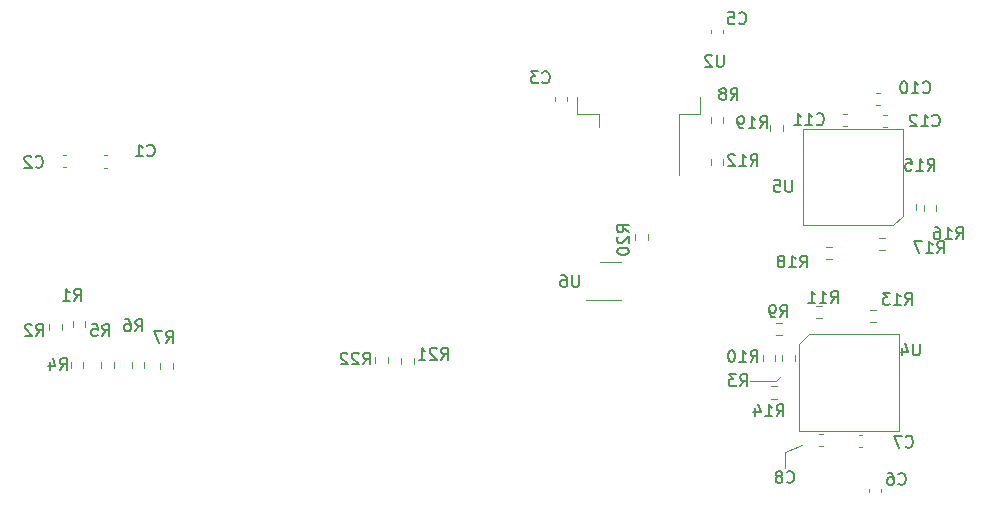
<source format=gbr>
%TF.GenerationSoftware,KiCad,Pcbnew,(6.0.2)*%
%TF.CreationDate,2024-02-06T19:16:59+03:00*%
%TF.ProjectId,Pistol_Camera_Driver,50697374-6f6c-45f4-9361-6d6572615f44,rev?*%
%TF.SameCoordinates,Original*%
%TF.FileFunction,Legend,Bot*%
%TF.FilePolarity,Positive*%
%FSLAX46Y46*%
G04 Gerber Fmt 4.6, Leading zero omitted, Abs format (unit mm)*
G04 Created by KiCad (PCBNEW (6.0.2)) date 2024-02-06 19:16:59*
%MOMM*%
%LPD*%
G01*
G04 APERTURE LIST*
%ADD10C,0.120000*%
%ADD11C,0.150000*%
G04 APERTURE END LIST*
D10*
X95200000Y-71450000D02*
X95200000Y-72850000D01*
X92200000Y-65450000D02*
X94400000Y-65450000D01*
X94400000Y-65450000D02*
X94800000Y-65050000D01*
X96600000Y-70850000D02*
X95200000Y-71450000D01*
D11*
%TO.C,R7*%
X42766666Y-62252380D02*
X43100000Y-61776190D01*
X43338095Y-62252380D02*
X43338095Y-61252380D01*
X42957142Y-61252380D01*
X42861904Y-61300000D01*
X42814285Y-61347619D01*
X42766666Y-61442857D01*
X42766666Y-61585714D01*
X42814285Y-61680952D01*
X42861904Y-61728571D01*
X42957142Y-61776190D01*
X43338095Y-61776190D01*
X42433333Y-61252380D02*
X41766666Y-61252380D01*
X42195238Y-62252380D01*
%TO.C,R4*%
X33766666Y-64539880D02*
X34100000Y-64063690D01*
X34338095Y-64539880D02*
X34338095Y-63539880D01*
X33957142Y-63539880D01*
X33861904Y-63587500D01*
X33814285Y-63635119D01*
X33766666Y-63730357D01*
X33766666Y-63873214D01*
X33814285Y-63968452D01*
X33861904Y-64016071D01*
X33957142Y-64063690D01*
X34338095Y-64063690D01*
X32909523Y-63873214D02*
X32909523Y-64539880D01*
X33147619Y-63492261D02*
X33385714Y-64206547D01*
X32766666Y-64206547D01*
%TO.C,R2*%
X31766666Y-61652380D02*
X32100000Y-61176190D01*
X32338095Y-61652380D02*
X32338095Y-60652380D01*
X31957142Y-60652380D01*
X31861904Y-60700000D01*
X31814285Y-60747619D01*
X31766666Y-60842857D01*
X31766666Y-60985714D01*
X31814285Y-61080952D01*
X31861904Y-61128571D01*
X31957142Y-61176190D01*
X32338095Y-61176190D01*
X31385714Y-60747619D02*
X31338095Y-60700000D01*
X31242857Y-60652380D01*
X31004761Y-60652380D01*
X30909523Y-60700000D01*
X30861904Y-60747619D01*
X30814285Y-60842857D01*
X30814285Y-60938095D01*
X30861904Y-61080952D01*
X31433333Y-61652380D01*
X30814285Y-61652380D01*
%TO.C,R22*%
X59442857Y-64052380D02*
X59776190Y-63576190D01*
X60014285Y-64052380D02*
X60014285Y-63052380D01*
X59633333Y-63052380D01*
X59538095Y-63100000D01*
X59490476Y-63147619D01*
X59442857Y-63242857D01*
X59442857Y-63385714D01*
X59490476Y-63480952D01*
X59538095Y-63528571D01*
X59633333Y-63576190D01*
X60014285Y-63576190D01*
X59061904Y-63147619D02*
X59014285Y-63100000D01*
X58919047Y-63052380D01*
X58680952Y-63052380D01*
X58585714Y-63100000D01*
X58538095Y-63147619D01*
X58490476Y-63242857D01*
X58490476Y-63338095D01*
X58538095Y-63480952D01*
X59109523Y-64052380D01*
X58490476Y-64052380D01*
X58109523Y-63147619D02*
X58061904Y-63100000D01*
X57966666Y-63052380D01*
X57728571Y-63052380D01*
X57633333Y-63100000D01*
X57585714Y-63147619D01*
X57538095Y-63242857D01*
X57538095Y-63338095D01*
X57585714Y-63480952D01*
X58157142Y-64052380D01*
X57538095Y-64052380D01*
%TO.C,R21*%
X66042857Y-63652380D02*
X66376190Y-63176190D01*
X66614285Y-63652380D02*
X66614285Y-62652380D01*
X66233333Y-62652380D01*
X66138095Y-62700000D01*
X66090476Y-62747619D01*
X66042857Y-62842857D01*
X66042857Y-62985714D01*
X66090476Y-63080952D01*
X66138095Y-63128571D01*
X66233333Y-63176190D01*
X66614285Y-63176190D01*
X65661904Y-62747619D02*
X65614285Y-62700000D01*
X65519047Y-62652380D01*
X65280952Y-62652380D01*
X65185714Y-62700000D01*
X65138095Y-62747619D01*
X65090476Y-62842857D01*
X65090476Y-62938095D01*
X65138095Y-63080952D01*
X65709523Y-63652380D01*
X65090476Y-63652380D01*
X64138095Y-63652380D02*
X64709523Y-63652380D01*
X64423809Y-63652380D02*
X64423809Y-62652380D01*
X64519047Y-62795238D01*
X64614285Y-62890476D01*
X64709523Y-62938095D01*
%TO.C,R1*%
X34966666Y-58652380D02*
X35300000Y-58176190D01*
X35538095Y-58652380D02*
X35538095Y-57652380D01*
X35157142Y-57652380D01*
X35061904Y-57700000D01*
X35014285Y-57747619D01*
X34966666Y-57842857D01*
X34966666Y-57985714D01*
X35014285Y-58080952D01*
X35061904Y-58128571D01*
X35157142Y-58176190D01*
X35538095Y-58176190D01*
X34014285Y-58652380D02*
X34585714Y-58652380D01*
X34300000Y-58652380D02*
X34300000Y-57652380D01*
X34395238Y-57795238D01*
X34490476Y-57890476D01*
X34585714Y-57938095D01*
%TO.C,R6*%
X40166666Y-61252380D02*
X40500000Y-60776190D01*
X40738095Y-61252380D02*
X40738095Y-60252380D01*
X40357142Y-60252380D01*
X40261904Y-60300000D01*
X40214285Y-60347619D01*
X40166666Y-60442857D01*
X40166666Y-60585714D01*
X40214285Y-60680952D01*
X40261904Y-60728571D01*
X40357142Y-60776190D01*
X40738095Y-60776190D01*
X39309523Y-60252380D02*
X39500000Y-60252380D01*
X39595238Y-60300000D01*
X39642857Y-60347619D01*
X39738095Y-60490476D01*
X39785714Y-60680952D01*
X39785714Y-61061904D01*
X39738095Y-61157142D01*
X39690476Y-61204761D01*
X39595238Y-61252380D01*
X39404761Y-61252380D01*
X39309523Y-61204761D01*
X39261904Y-61157142D01*
X39214285Y-61061904D01*
X39214285Y-60823809D01*
X39261904Y-60728571D01*
X39309523Y-60680952D01*
X39404761Y-60633333D01*
X39595238Y-60633333D01*
X39690476Y-60680952D01*
X39738095Y-60728571D01*
X39785714Y-60823809D01*
%TO.C,R5*%
X37366666Y-61652380D02*
X37700000Y-61176190D01*
X37938095Y-61652380D02*
X37938095Y-60652380D01*
X37557142Y-60652380D01*
X37461904Y-60700000D01*
X37414285Y-60747619D01*
X37366666Y-60842857D01*
X37366666Y-60985714D01*
X37414285Y-61080952D01*
X37461904Y-61128571D01*
X37557142Y-61176190D01*
X37938095Y-61176190D01*
X36461904Y-60652380D02*
X36938095Y-60652380D01*
X36985714Y-61128571D01*
X36938095Y-61080952D01*
X36842857Y-61033333D01*
X36604761Y-61033333D01*
X36509523Y-61080952D01*
X36461904Y-61128571D01*
X36414285Y-61223809D01*
X36414285Y-61461904D01*
X36461904Y-61557142D01*
X36509523Y-61604761D01*
X36604761Y-61652380D01*
X36842857Y-61652380D01*
X36938095Y-61604761D01*
X36985714Y-61557142D01*
%TO.C,C12*%
X107642857Y-43807142D02*
X107690476Y-43854761D01*
X107833333Y-43902380D01*
X107928571Y-43902380D01*
X108071428Y-43854761D01*
X108166666Y-43759523D01*
X108214285Y-43664285D01*
X108261904Y-43473809D01*
X108261904Y-43330952D01*
X108214285Y-43140476D01*
X108166666Y-43045238D01*
X108071428Y-42950000D01*
X107928571Y-42902380D01*
X107833333Y-42902380D01*
X107690476Y-42950000D01*
X107642857Y-42997619D01*
X106690476Y-43902380D02*
X107261904Y-43902380D01*
X106976190Y-43902380D02*
X106976190Y-42902380D01*
X107071428Y-43045238D01*
X107166666Y-43140476D01*
X107261904Y-43188095D01*
X106309523Y-42997619D02*
X106261904Y-42950000D01*
X106166666Y-42902380D01*
X105928571Y-42902380D01*
X105833333Y-42950000D01*
X105785714Y-42997619D01*
X105738095Y-43092857D01*
X105738095Y-43188095D01*
X105785714Y-43330952D01*
X106357142Y-43902380D01*
X105738095Y-43902380D01*
%TO.C,R12*%
X92242857Y-47252380D02*
X92576190Y-46776190D01*
X92814285Y-47252380D02*
X92814285Y-46252380D01*
X92433333Y-46252380D01*
X92338095Y-46300000D01*
X92290476Y-46347619D01*
X92242857Y-46442857D01*
X92242857Y-46585714D01*
X92290476Y-46680952D01*
X92338095Y-46728571D01*
X92433333Y-46776190D01*
X92814285Y-46776190D01*
X91290476Y-47252380D02*
X91861904Y-47252380D01*
X91576190Y-47252380D02*
X91576190Y-46252380D01*
X91671428Y-46395238D01*
X91766666Y-46490476D01*
X91861904Y-46538095D01*
X90909523Y-46347619D02*
X90861904Y-46300000D01*
X90766666Y-46252380D01*
X90528571Y-46252380D01*
X90433333Y-46300000D01*
X90385714Y-46347619D01*
X90338095Y-46442857D01*
X90338095Y-46538095D01*
X90385714Y-46680952D01*
X90957142Y-47252380D01*
X90338095Y-47252380D01*
%TO.C,R13*%
X105342857Y-59002380D02*
X105676190Y-58526190D01*
X105914285Y-59002380D02*
X105914285Y-58002380D01*
X105533333Y-58002380D01*
X105438095Y-58050000D01*
X105390476Y-58097619D01*
X105342857Y-58192857D01*
X105342857Y-58335714D01*
X105390476Y-58430952D01*
X105438095Y-58478571D01*
X105533333Y-58526190D01*
X105914285Y-58526190D01*
X104390476Y-59002380D02*
X104961904Y-59002380D01*
X104676190Y-59002380D02*
X104676190Y-58002380D01*
X104771428Y-58145238D01*
X104866666Y-58240476D01*
X104961904Y-58288095D01*
X104057142Y-58002380D02*
X103438095Y-58002380D01*
X103771428Y-58383333D01*
X103628571Y-58383333D01*
X103533333Y-58430952D01*
X103485714Y-58478571D01*
X103438095Y-58573809D01*
X103438095Y-58811904D01*
X103485714Y-58907142D01*
X103533333Y-58954761D01*
X103628571Y-59002380D01*
X103914285Y-59002380D01*
X104009523Y-58954761D01*
X104057142Y-58907142D01*
%TO.C,R16*%
X109642857Y-53452380D02*
X109976190Y-52976190D01*
X110214285Y-53452380D02*
X110214285Y-52452380D01*
X109833333Y-52452380D01*
X109738095Y-52500000D01*
X109690476Y-52547619D01*
X109642857Y-52642857D01*
X109642857Y-52785714D01*
X109690476Y-52880952D01*
X109738095Y-52928571D01*
X109833333Y-52976190D01*
X110214285Y-52976190D01*
X108690476Y-53452380D02*
X109261904Y-53452380D01*
X108976190Y-53452380D02*
X108976190Y-52452380D01*
X109071428Y-52595238D01*
X109166666Y-52690476D01*
X109261904Y-52738095D01*
X107833333Y-52452380D02*
X108023809Y-52452380D01*
X108119047Y-52500000D01*
X108166666Y-52547619D01*
X108261904Y-52690476D01*
X108309523Y-52880952D01*
X108309523Y-53261904D01*
X108261904Y-53357142D01*
X108214285Y-53404761D01*
X108119047Y-53452380D01*
X107928571Y-53452380D01*
X107833333Y-53404761D01*
X107785714Y-53357142D01*
X107738095Y-53261904D01*
X107738095Y-53023809D01*
X107785714Y-52928571D01*
X107833333Y-52880952D01*
X107928571Y-52833333D01*
X108119047Y-52833333D01*
X108214285Y-52880952D01*
X108261904Y-52928571D01*
X108309523Y-53023809D01*
%TO.C,C7*%
X105366666Y-71007142D02*
X105414285Y-71054761D01*
X105557142Y-71102380D01*
X105652380Y-71102380D01*
X105795238Y-71054761D01*
X105890476Y-70959523D01*
X105938095Y-70864285D01*
X105985714Y-70673809D01*
X105985714Y-70530952D01*
X105938095Y-70340476D01*
X105890476Y-70245238D01*
X105795238Y-70150000D01*
X105652380Y-70102380D01*
X105557142Y-70102380D01*
X105414285Y-70150000D01*
X105366666Y-70197619D01*
X105033333Y-70102380D02*
X104366666Y-70102380D01*
X104795238Y-71102380D01*
%TO.C,U2*%
X89961904Y-37852380D02*
X89961904Y-38661904D01*
X89914285Y-38757142D01*
X89866666Y-38804761D01*
X89771428Y-38852380D01*
X89580952Y-38852380D01*
X89485714Y-38804761D01*
X89438095Y-38757142D01*
X89390476Y-38661904D01*
X89390476Y-37852380D01*
X88961904Y-37947619D02*
X88914285Y-37900000D01*
X88819047Y-37852380D01*
X88580952Y-37852380D01*
X88485714Y-37900000D01*
X88438095Y-37947619D01*
X88390476Y-38042857D01*
X88390476Y-38138095D01*
X88438095Y-38280952D01*
X89009523Y-38852380D01*
X88390476Y-38852380D01*
%TO.C,R20*%
X81952380Y-52857142D02*
X81476190Y-52523809D01*
X81952380Y-52285714D02*
X80952380Y-52285714D01*
X80952380Y-52666666D01*
X81000000Y-52761904D01*
X81047619Y-52809523D01*
X81142857Y-52857142D01*
X81285714Y-52857142D01*
X81380952Y-52809523D01*
X81428571Y-52761904D01*
X81476190Y-52666666D01*
X81476190Y-52285714D01*
X81047619Y-53238095D02*
X81000000Y-53285714D01*
X80952380Y-53380952D01*
X80952380Y-53619047D01*
X81000000Y-53714285D01*
X81047619Y-53761904D01*
X81142857Y-53809523D01*
X81238095Y-53809523D01*
X81380952Y-53761904D01*
X81952380Y-53190476D01*
X81952380Y-53809523D01*
X80952380Y-54428571D02*
X80952380Y-54523809D01*
X81000000Y-54619047D01*
X81047619Y-54666666D01*
X81142857Y-54714285D01*
X81333333Y-54761904D01*
X81571428Y-54761904D01*
X81761904Y-54714285D01*
X81857142Y-54666666D01*
X81904761Y-54619047D01*
X81952380Y-54523809D01*
X81952380Y-54428571D01*
X81904761Y-54333333D01*
X81857142Y-54285714D01*
X81761904Y-54238095D01*
X81571428Y-54190476D01*
X81333333Y-54190476D01*
X81142857Y-54238095D01*
X81047619Y-54285714D01*
X81000000Y-54333333D01*
X80952380Y-54428571D01*
%TO.C,R8*%
X90566666Y-41652380D02*
X90900000Y-41176190D01*
X91138095Y-41652380D02*
X91138095Y-40652380D01*
X90757142Y-40652380D01*
X90661904Y-40700000D01*
X90614285Y-40747619D01*
X90566666Y-40842857D01*
X90566666Y-40985714D01*
X90614285Y-41080952D01*
X90661904Y-41128571D01*
X90757142Y-41176190D01*
X91138095Y-41176190D01*
X89995238Y-41080952D02*
X90090476Y-41033333D01*
X90138095Y-40985714D01*
X90185714Y-40890476D01*
X90185714Y-40842857D01*
X90138095Y-40747619D01*
X90090476Y-40700000D01*
X89995238Y-40652380D01*
X89804761Y-40652380D01*
X89709523Y-40700000D01*
X89661904Y-40747619D01*
X89614285Y-40842857D01*
X89614285Y-40890476D01*
X89661904Y-40985714D01*
X89709523Y-41033333D01*
X89804761Y-41080952D01*
X89995238Y-41080952D01*
X90090476Y-41128571D01*
X90138095Y-41176190D01*
X90185714Y-41271428D01*
X90185714Y-41461904D01*
X90138095Y-41557142D01*
X90090476Y-41604761D01*
X89995238Y-41652380D01*
X89804761Y-41652380D01*
X89709523Y-41604761D01*
X89661904Y-41557142D01*
X89614285Y-41461904D01*
X89614285Y-41271428D01*
X89661904Y-41176190D01*
X89709523Y-41128571D01*
X89804761Y-41080952D01*
%TO.C,R15*%
X107242857Y-47652380D02*
X107576190Y-47176190D01*
X107814285Y-47652380D02*
X107814285Y-46652380D01*
X107433333Y-46652380D01*
X107338095Y-46700000D01*
X107290476Y-46747619D01*
X107242857Y-46842857D01*
X107242857Y-46985714D01*
X107290476Y-47080952D01*
X107338095Y-47128571D01*
X107433333Y-47176190D01*
X107814285Y-47176190D01*
X106290476Y-47652380D02*
X106861904Y-47652380D01*
X106576190Y-47652380D02*
X106576190Y-46652380D01*
X106671428Y-46795238D01*
X106766666Y-46890476D01*
X106861904Y-46938095D01*
X105385714Y-46652380D02*
X105861904Y-46652380D01*
X105909523Y-47128571D01*
X105861904Y-47080952D01*
X105766666Y-47033333D01*
X105528571Y-47033333D01*
X105433333Y-47080952D01*
X105385714Y-47128571D01*
X105338095Y-47223809D01*
X105338095Y-47461904D01*
X105385714Y-47557142D01*
X105433333Y-47604761D01*
X105528571Y-47652380D01*
X105766666Y-47652380D01*
X105861904Y-47604761D01*
X105909523Y-47557142D01*
%TO.C,R3*%
X91366666Y-65902380D02*
X91700000Y-65426190D01*
X91938095Y-65902380D02*
X91938095Y-64902380D01*
X91557142Y-64902380D01*
X91461904Y-64950000D01*
X91414285Y-64997619D01*
X91366666Y-65092857D01*
X91366666Y-65235714D01*
X91414285Y-65330952D01*
X91461904Y-65378571D01*
X91557142Y-65426190D01*
X91938095Y-65426190D01*
X91033333Y-64902380D02*
X90414285Y-64902380D01*
X90747619Y-65283333D01*
X90604761Y-65283333D01*
X90509523Y-65330952D01*
X90461904Y-65378571D01*
X90414285Y-65473809D01*
X90414285Y-65711904D01*
X90461904Y-65807142D01*
X90509523Y-65854761D01*
X90604761Y-65902380D01*
X90890476Y-65902380D01*
X90985714Y-65854761D01*
X91033333Y-65807142D01*
%TO.C,R10*%
X92242857Y-63852380D02*
X92576190Y-63376190D01*
X92814285Y-63852380D02*
X92814285Y-62852380D01*
X92433333Y-62852380D01*
X92338095Y-62900000D01*
X92290476Y-62947619D01*
X92242857Y-63042857D01*
X92242857Y-63185714D01*
X92290476Y-63280952D01*
X92338095Y-63328571D01*
X92433333Y-63376190D01*
X92814285Y-63376190D01*
X91290476Y-63852380D02*
X91861904Y-63852380D01*
X91576190Y-63852380D02*
X91576190Y-62852380D01*
X91671428Y-62995238D01*
X91766666Y-63090476D01*
X91861904Y-63138095D01*
X90671428Y-62852380D02*
X90576190Y-62852380D01*
X90480952Y-62900000D01*
X90433333Y-62947619D01*
X90385714Y-63042857D01*
X90338095Y-63233333D01*
X90338095Y-63471428D01*
X90385714Y-63661904D01*
X90433333Y-63757142D01*
X90480952Y-63804761D01*
X90576190Y-63852380D01*
X90671428Y-63852380D01*
X90766666Y-63804761D01*
X90814285Y-63757142D01*
X90861904Y-63661904D01*
X90909523Y-63471428D01*
X90909523Y-63233333D01*
X90861904Y-63042857D01*
X90814285Y-62947619D01*
X90766666Y-62900000D01*
X90671428Y-62852380D01*
%TO.C,C2*%
X31716666Y-47307142D02*
X31764285Y-47354761D01*
X31907142Y-47402380D01*
X32002380Y-47402380D01*
X32145238Y-47354761D01*
X32240476Y-47259523D01*
X32288095Y-47164285D01*
X32335714Y-46973809D01*
X32335714Y-46830952D01*
X32288095Y-46640476D01*
X32240476Y-46545238D01*
X32145238Y-46450000D01*
X32002380Y-46402380D01*
X31907142Y-46402380D01*
X31764285Y-46450000D01*
X31716666Y-46497619D01*
X31335714Y-46497619D02*
X31288095Y-46450000D01*
X31192857Y-46402380D01*
X30954761Y-46402380D01*
X30859523Y-46450000D01*
X30811904Y-46497619D01*
X30764285Y-46592857D01*
X30764285Y-46688095D01*
X30811904Y-46830952D01*
X31383333Y-47402380D01*
X30764285Y-47402380D01*
%TO.C,R9*%
X94766666Y-60052380D02*
X95100000Y-59576190D01*
X95338095Y-60052380D02*
X95338095Y-59052380D01*
X94957142Y-59052380D01*
X94861904Y-59100000D01*
X94814285Y-59147619D01*
X94766666Y-59242857D01*
X94766666Y-59385714D01*
X94814285Y-59480952D01*
X94861904Y-59528571D01*
X94957142Y-59576190D01*
X95338095Y-59576190D01*
X94290476Y-60052380D02*
X94100000Y-60052380D01*
X94004761Y-60004761D01*
X93957142Y-59957142D01*
X93861904Y-59814285D01*
X93814285Y-59623809D01*
X93814285Y-59242857D01*
X93861904Y-59147619D01*
X93909523Y-59100000D01*
X94004761Y-59052380D01*
X94195238Y-59052380D01*
X94290476Y-59100000D01*
X94338095Y-59147619D01*
X94385714Y-59242857D01*
X94385714Y-59480952D01*
X94338095Y-59576190D01*
X94290476Y-59623809D01*
X94195238Y-59671428D01*
X94004761Y-59671428D01*
X93909523Y-59623809D01*
X93861904Y-59576190D01*
X93814285Y-59480952D01*
%TO.C,C6*%
X104766666Y-74157142D02*
X104814285Y-74204761D01*
X104957142Y-74252380D01*
X105052380Y-74252380D01*
X105195238Y-74204761D01*
X105290476Y-74109523D01*
X105338095Y-74014285D01*
X105385714Y-73823809D01*
X105385714Y-73680952D01*
X105338095Y-73490476D01*
X105290476Y-73395238D01*
X105195238Y-73300000D01*
X105052380Y-73252380D01*
X104957142Y-73252380D01*
X104814285Y-73300000D01*
X104766666Y-73347619D01*
X103909523Y-73252380D02*
X104100000Y-73252380D01*
X104195238Y-73300000D01*
X104242857Y-73347619D01*
X104338095Y-73490476D01*
X104385714Y-73680952D01*
X104385714Y-74061904D01*
X104338095Y-74157142D01*
X104290476Y-74204761D01*
X104195238Y-74252380D01*
X104004761Y-74252380D01*
X103909523Y-74204761D01*
X103861904Y-74157142D01*
X103814285Y-74061904D01*
X103814285Y-73823809D01*
X103861904Y-73728571D01*
X103909523Y-73680952D01*
X104004761Y-73633333D01*
X104195238Y-73633333D01*
X104290476Y-73680952D01*
X104338095Y-73728571D01*
X104385714Y-73823809D01*
%TO.C,C11*%
X97842857Y-43707142D02*
X97890476Y-43754761D01*
X98033333Y-43802380D01*
X98128571Y-43802380D01*
X98271428Y-43754761D01*
X98366666Y-43659523D01*
X98414285Y-43564285D01*
X98461904Y-43373809D01*
X98461904Y-43230952D01*
X98414285Y-43040476D01*
X98366666Y-42945238D01*
X98271428Y-42850000D01*
X98128571Y-42802380D01*
X98033333Y-42802380D01*
X97890476Y-42850000D01*
X97842857Y-42897619D01*
X96890476Y-43802380D02*
X97461904Y-43802380D01*
X97176190Y-43802380D02*
X97176190Y-42802380D01*
X97271428Y-42945238D01*
X97366666Y-43040476D01*
X97461904Y-43088095D01*
X95938095Y-43802380D02*
X96509523Y-43802380D01*
X96223809Y-43802380D02*
X96223809Y-42802380D01*
X96319047Y-42945238D01*
X96414285Y-43040476D01*
X96509523Y-43088095D01*
%TO.C,R18*%
X96442857Y-55852380D02*
X96776190Y-55376190D01*
X97014285Y-55852380D02*
X97014285Y-54852380D01*
X96633333Y-54852380D01*
X96538095Y-54900000D01*
X96490476Y-54947619D01*
X96442857Y-55042857D01*
X96442857Y-55185714D01*
X96490476Y-55280952D01*
X96538095Y-55328571D01*
X96633333Y-55376190D01*
X97014285Y-55376190D01*
X95490476Y-55852380D02*
X96061904Y-55852380D01*
X95776190Y-55852380D02*
X95776190Y-54852380D01*
X95871428Y-54995238D01*
X95966666Y-55090476D01*
X96061904Y-55138095D01*
X94919047Y-55280952D02*
X95014285Y-55233333D01*
X95061904Y-55185714D01*
X95109523Y-55090476D01*
X95109523Y-55042857D01*
X95061904Y-54947619D01*
X95014285Y-54900000D01*
X94919047Y-54852380D01*
X94728571Y-54852380D01*
X94633333Y-54900000D01*
X94585714Y-54947619D01*
X94538095Y-55042857D01*
X94538095Y-55090476D01*
X94585714Y-55185714D01*
X94633333Y-55233333D01*
X94728571Y-55280952D01*
X94919047Y-55280952D01*
X95014285Y-55328571D01*
X95061904Y-55376190D01*
X95109523Y-55471428D01*
X95109523Y-55661904D01*
X95061904Y-55757142D01*
X95014285Y-55804761D01*
X94919047Y-55852380D01*
X94728571Y-55852380D01*
X94633333Y-55804761D01*
X94585714Y-55757142D01*
X94538095Y-55661904D01*
X94538095Y-55471428D01*
X94585714Y-55376190D01*
X94633333Y-55328571D01*
X94728571Y-55280952D01*
%TO.C,R14*%
X94442857Y-68452380D02*
X94776190Y-67976190D01*
X95014285Y-68452380D02*
X95014285Y-67452380D01*
X94633333Y-67452380D01*
X94538095Y-67500000D01*
X94490476Y-67547619D01*
X94442857Y-67642857D01*
X94442857Y-67785714D01*
X94490476Y-67880952D01*
X94538095Y-67928571D01*
X94633333Y-67976190D01*
X95014285Y-67976190D01*
X93490476Y-68452380D02*
X94061904Y-68452380D01*
X93776190Y-68452380D02*
X93776190Y-67452380D01*
X93871428Y-67595238D01*
X93966666Y-67690476D01*
X94061904Y-67738095D01*
X92633333Y-67785714D02*
X92633333Y-68452380D01*
X92871428Y-67404761D02*
X93109523Y-68119047D01*
X92490476Y-68119047D01*
%TO.C,R11*%
X99042857Y-58852380D02*
X99376190Y-58376190D01*
X99614285Y-58852380D02*
X99614285Y-57852380D01*
X99233333Y-57852380D01*
X99138095Y-57900000D01*
X99090476Y-57947619D01*
X99042857Y-58042857D01*
X99042857Y-58185714D01*
X99090476Y-58280952D01*
X99138095Y-58328571D01*
X99233333Y-58376190D01*
X99614285Y-58376190D01*
X98090476Y-58852380D02*
X98661904Y-58852380D01*
X98376190Y-58852380D02*
X98376190Y-57852380D01*
X98471428Y-57995238D01*
X98566666Y-58090476D01*
X98661904Y-58138095D01*
X97138095Y-58852380D02*
X97709523Y-58852380D01*
X97423809Y-58852380D02*
X97423809Y-57852380D01*
X97519047Y-57995238D01*
X97614285Y-58090476D01*
X97709523Y-58138095D01*
%TO.C,C1*%
X41166666Y-46357142D02*
X41214285Y-46404761D01*
X41357142Y-46452380D01*
X41452380Y-46452380D01*
X41595238Y-46404761D01*
X41690476Y-46309523D01*
X41738095Y-46214285D01*
X41785714Y-46023809D01*
X41785714Y-45880952D01*
X41738095Y-45690476D01*
X41690476Y-45595238D01*
X41595238Y-45500000D01*
X41452380Y-45452380D01*
X41357142Y-45452380D01*
X41214285Y-45500000D01*
X41166666Y-45547619D01*
X40214285Y-46452380D02*
X40785714Y-46452380D01*
X40500000Y-46452380D02*
X40500000Y-45452380D01*
X40595238Y-45595238D01*
X40690476Y-45690476D01*
X40785714Y-45738095D01*
%TO.C,C10*%
X106842857Y-41007142D02*
X106890476Y-41054761D01*
X107033333Y-41102380D01*
X107128571Y-41102380D01*
X107271428Y-41054761D01*
X107366666Y-40959523D01*
X107414285Y-40864285D01*
X107461904Y-40673809D01*
X107461904Y-40530952D01*
X107414285Y-40340476D01*
X107366666Y-40245238D01*
X107271428Y-40150000D01*
X107128571Y-40102380D01*
X107033333Y-40102380D01*
X106890476Y-40150000D01*
X106842857Y-40197619D01*
X105890476Y-41102380D02*
X106461904Y-41102380D01*
X106176190Y-41102380D02*
X106176190Y-40102380D01*
X106271428Y-40245238D01*
X106366666Y-40340476D01*
X106461904Y-40388095D01*
X105271428Y-40102380D02*
X105176190Y-40102380D01*
X105080952Y-40150000D01*
X105033333Y-40197619D01*
X104985714Y-40292857D01*
X104938095Y-40483333D01*
X104938095Y-40721428D01*
X104985714Y-40911904D01*
X105033333Y-41007142D01*
X105080952Y-41054761D01*
X105176190Y-41102380D01*
X105271428Y-41102380D01*
X105366666Y-41054761D01*
X105414285Y-41007142D01*
X105461904Y-40911904D01*
X105509523Y-40721428D01*
X105509523Y-40483333D01*
X105461904Y-40292857D01*
X105414285Y-40197619D01*
X105366666Y-40150000D01*
X105271428Y-40102380D01*
%TO.C,C5*%
X91266666Y-35157142D02*
X91314285Y-35204761D01*
X91457142Y-35252380D01*
X91552380Y-35252380D01*
X91695238Y-35204761D01*
X91790476Y-35109523D01*
X91838095Y-35014285D01*
X91885714Y-34823809D01*
X91885714Y-34680952D01*
X91838095Y-34490476D01*
X91790476Y-34395238D01*
X91695238Y-34300000D01*
X91552380Y-34252380D01*
X91457142Y-34252380D01*
X91314285Y-34300000D01*
X91266666Y-34347619D01*
X90361904Y-34252380D02*
X90838095Y-34252380D01*
X90885714Y-34728571D01*
X90838095Y-34680952D01*
X90742857Y-34633333D01*
X90504761Y-34633333D01*
X90409523Y-34680952D01*
X90361904Y-34728571D01*
X90314285Y-34823809D01*
X90314285Y-35061904D01*
X90361904Y-35157142D01*
X90409523Y-35204761D01*
X90504761Y-35252380D01*
X90742857Y-35252380D01*
X90838095Y-35204761D01*
X90885714Y-35157142D01*
%TO.C,U6*%
X77711904Y-56502380D02*
X77711904Y-57311904D01*
X77664285Y-57407142D01*
X77616666Y-57454761D01*
X77521428Y-57502380D01*
X77330952Y-57502380D01*
X77235714Y-57454761D01*
X77188095Y-57407142D01*
X77140476Y-57311904D01*
X77140476Y-56502380D01*
X76235714Y-56502380D02*
X76426190Y-56502380D01*
X76521428Y-56550000D01*
X76569047Y-56597619D01*
X76664285Y-56740476D01*
X76711904Y-56930952D01*
X76711904Y-57311904D01*
X76664285Y-57407142D01*
X76616666Y-57454761D01*
X76521428Y-57502380D01*
X76330952Y-57502380D01*
X76235714Y-57454761D01*
X76188095Y-57407142D01*
X76140476Y-57311904D01*
X76140476Y-57073809D01*
X76188095Y-56978571D01*
X76235714Y-56930952D01*
X76330952Y-56883333D01*
X76521428Y-56883333D01*
X76616666Y-56930952D01*
X76664285Y-56978571D01*
X76711904Y-57073809D01*
%TO.C,R17*%
X108042857Y-54652380D02*
X108376190Y-54176190D01*
X108614285Y-54652380D02*
X108614285Y-53652380D01*
X108233333Y-53652380D01*
X108138095Y-53700000D01*
X108090476Y-53747619D01*
X108042857Y-53842857D01*
X108042857Y-53985714D01*
X108090476Y-54080952D01*
X108138095Y-54128571D01*
X108233333Y-54176190D01*
X108614285Y-54176190D01*
X107090476Y-54652380D02*
X107661904Y-54652380D01*
X107376190Y-54652380D02*
X107376190Y-53652380D01*
X107471428Y-53795238D01*
X107566666Y-53890476D01*
X107661904Y-53938095D01*
X106757142Y-53652380D02*
X106090476Y-53652380D01*
X106519047Y-54652380D01*
%TO.C,U4*%
X106561904Y-62302380D02*
X106561904Y-63111904D01*
X106514285Y-63207142D01*
X106466666Y-63254761D01*
X106371428Y-63302380D01*
X106180952Y-63302380D01*
X106085714Y-63254761D01*
X106038095Y-63207142D01*
X105990476Y-63111904D01*
X105990476Y-62302380D01*
X105085714Y-62635714D02*
X105085714Y-63302380D01*
X105323809Y-62254761D02*
X105561904Y-62969047D01*
X104942857Y-62969047D01*
%TO.C,R19*%
X93042857Y-44052380D02*
X93376190Y-43576190D01*
X93614285Y-44052380D02*
X93614285Y-43052380D01*
X93233333Y-43052380D01*
X93138095Y-43100000D01*
X93090476Y-43147619D01*
X93042857Y-43242857D01*
X93042857Y-43385714D01*
X93090476Y-43480952D01*
X93138095Y-43528571D01*
X93233333Y-43576190D01*
X93614285Y-43576190D01*
X92090476Y-44052380D02*
X92661904Y-44052380D01*
X92376190Y-44052380D02*
X92376190Y-43052380D01*
X92471428Y-43195238D01*
X92566666Y-43290476D01*
X92661904Y-43338095D01*
X91614285Y-44052380D02*
X91423809Y-44052380D01*
X91328571Y-44004761D01*
X91280952Y-43957142D01*
X91185714Y-43814285D01*
X91138095Y-43623809D01*
X91138095Y-43242857D01*
X91185714Y-43147619D01*
X91233333Y-43100000D01*
X91328571Y-43052380D01*
X91519047Y-43052380D01*
X91614285Y-43100000D01*
X91661904Y-43147619D01*
X91709523Y-43242857D01*
X91709523Y-43480952D01*
X91661904Y-43576190D01*
X91614285Y-43623809D01*
X91519047Y-43671428D01*
X91328571Y-43671428D01*
X91233333Y-43623809D01*
X91185714Y-43576190D01*
X91138095Y-43480952D01*
%TO.C,U5*%
X95761904Y-48452380D02*
X95761904Y-49261904D01*
X95714285Y-49357142D01*
X95666666Y-49404761D01*
X95571428Y-49452380D01*
X95380952Y-49452380D01*
X95285714Y-49404761D01*
X95238095Y-49357142D01*
X95190476Y-49261904D01*
X95190476Y-48452380D01*
X94238095Y-48452380D02*
X94714285Y-48452380D01*
X94761904Y-48928571D01*
X94714285Y-48880952D01*
X94619047Y-48833333D01*
X94380952Y-48833333D01*
X94285714Y-48880952D01*
X94238095Y-48928571D01*
X94190476Y-49023809D01*
X94190476Y-49261904D01*
X94238095Y-49357142D01*
X94285714Y-49404761D01*
X94380952Y-49452380D01*
X94619047Y-49452380D01*
X94714285Y-49404761D01*
X94761904Y-49357142D01*
%TO.C,C8*%
X95316666Y-74007142D02*
X95364285Y-74054761D01*
X95507142Y-74102380D01*
X95602380Y-74102380D01*
X95745238Y-74054761D01*
X95840476Y-73959523D01*
X95888095Y-73864285D01*
X95935714Y-73673809D01*
X95935714Y-73530952D01*
X95888095Y-73340476D01*
X95840476Y-73245238D01*
X95745238Y-73150000D01*
X95602380Y-73102380D01*
X95507142Y-73102380D01*
X95364285Y-73150000D01*
X95316666Y-73197619D01*
X94745238Y-73530952D02*
X94840476Y-73483333D01*
X94888095Y-73435714D01*
X94935714Y-73340476D01*
X94935714Y-73292857D01*
X94888095Y-73197619D01*
X94840476Y-73150000D01*
X94745238Y-73102380D01*
X94554761Y-73102380D01*
X94459523Y-73150000D01*
X94411904Y-73197619D01*
X94364285Y-73292857D01*
X94364285Y-73340476D01*
X94411904Y-73435714D01*
X94459523Y-73483333D01*
X94554761Y-73530952D01*
X94745238Y-73530952D01*
X94840476Y-73578571D01*
X94888095Y-73626190D01*
X94935714Y-73721428D01*
X94935714Y-73911904D01*
X94888095Y-74007142D01*
X94840476Y-74054761D01*
X94745238Y-74102380D01*
X94554761Y-74102380D01*
X94459523Y-74054761D01*
X94411904Y-74007142D01*
X94364285Y-73911904D01*
X94364285Y-73721428D01*
X94411904Y-73626190D01*
X94459523Y-73578571D01*
X94554761Y-73530952D01*
%TO.C,C3*%
X74616666Y-40157142D02*
X74664285Y-40204761D01*
X74807142Y-40252380D01*
X74902380Y-40252380D01*
X75045238Y-40204761D01*
X75140476Y-40109523D01*
X75188095Y-40014285D01*
X75235714Y-39823809D01*
X75235714Y-39680952D01*
X75188095Y-39490476D01*
X75140476Y-39395238D01*
X75045238Y-39300000D01*
X74902380Y-39252380D01*
X74807142Y-39252380D01*
X74664285Y-39300000D01*
X74616666Y-39347619D01*
X74283333Y-39252380D02*
X73664285Y-39252380D01*
X73997619Y-39633333D01*
X73854761Y-39633333D01*
X73759523Y-39680952D01*
X73711904Y-39728571D01*
X73664285Y-39823809D01*
X73664285Y-40061904D01*
X73711904Y-40157142D01*
X73759523Y-40204761D01*
X73854761Y-40252380D01*
X74140476Y-40252380D01*
X74235714Y-40204761D01*
X74283333Y-40157142D01*
D10*
%TO.C,R7*%
X42277500Y-63945276D02*
X42277500Y-64454724D01*
X43322500Y-63945276D02*
X43322500Y-64454724D01*
%TO.C,R4*%
X34677500Y-63832776D02*
X34677500Y-64342224D01*
X35722500Y-63832776D02*
X35722500Y-64342224D01*
%TO.C,R2*%
X33922500Y-61142224D02*
X33922500Y-60632776D01*
X32877500Y-61142224D02*
X32877500Y-60632776D01*
%TO.C,R22*%
X61522500Y-63967224D02*
X61522500Y-63457776D01*
X60477500Y-63967224D02*
X60477500Y-63457776D01*
%TO.C,R21*%
X62677500Y-64054724D02*
X62677500Y-63545276D01*
X63722500Y-64054724D02*
X63722500Y-63545276D01*
%TO.C,R1*%
X34877500Y-60854724D02*
X34877500Y-60345276D01*
X35922500Y-60854724D02*
X35922500Y-60345276D01*
%TO.C,R6*%
X39877500Y-63857776D02*
X39877500Y-64367224D01*
X40922500Y-63857776D02*
X40922500Y-64367224D01*
%TO.C,R5*%
X37277500Y-63857776D02*
X37277500Y-64367224D01*
X38322500Y-63857776D02*
X38322500Y-64367224D01*
%TO.C,C12*%
X103466233Y-42940000D02*
X103758767Y-42940000D01*
X103466233Y-43960000D02*
X103758767Y-43960000D01*
%TO.C,R12*%
X88877500Y-46657776D02*
X88877500Y-47167224D01*
X89922500Y-46657776D02*
X89922500Y-47167224D01*
%TO.C,R13*%
X102892224Y-59427500D02*
X102382776Y-59427500D01*
X102892224Y-60472500D02*
X102382776Y-60472500D01*
%TO.C,R16*%
X106927500Y-50582765D02*
X106927500Y-51092213D01*
X107972500Y-50582765D02*
X107972500Y-51092213D01*
%TO.C,C7*%
X101696267Y-70040000D02*
X101403733Y-70040000D01*
X101696267Y-71060000D02*
X101403733Y-71060000D01*
%TO.C,U2*%
X87975000Y-41400000D02*
X87975000Y-42900000D01*
X79385000Y-42900000D02*
X79385000Y-44000000D01*
X77575000Y-41400000D02*
X77575000Y-42900000D01*
X77575000Y-42900000D02*
X79385000Y-42900000D01*
X87975000Y-42900000D02*
X86165000Y-42900000D01*
X86165000Y-42900000D02*
X86165000Y-48025000D01*
%TO.C,R20*%
X82477500Y-53542224D02*
X82477500Y-53032776D01*
X83522500Y-53542224D02*
X83522500Y-53032776D01*
%TO.C,R8*%
X89922500Y-43145276D02*
X89922500Y-43654724D01*
X88877500Y-43145276D02*
X88877500Y-43654724D01*
%TO.C,R15*%
X106222500Y-50495276D02*
X106222500Y-51004724D01*
X105177500Y-50495276D02*
X105177500Y-51004724D01*
%TO.C,R3*%
X95972500Y-63804724D02*
X95972500Y-63295276D01*
X94927500Y-63804724D02*
X94927500Y-63295276D01*
%TO.C,R10*%
X93277500Y-63804724D02*
X93277500Y-63295276D01*
X94322500Y-63804724D02*
X94322500Y-63295276D01*
%TO.C,C2*%
X34016233Y-47340000D02*
X34308767Y-47340000D01*
X34016233Y-46320000D02*
X34308767Y-46320000D01*
%TO.C,R9*%
X94357776Y-60527500D02*
X94867224Y-60527500D01*
X94357776Y-61572500D02*
X94867224Y-61572500D01*
%TO.C,C6*%
X103310000Y-74883767D02*
X103310000Y-74591233D01*
X102290000Y-74883767D02*
X102290000Y-74591233D01*
%TO.C,C11*%
X100103733Y-43860000D02*
X100396267Y-43860000D01*
X100103733Y-42840000D02*
X100396267Y-42840000D01*
%TO.C,R18*%
X98657776Y-54127500D02*
X99167224Y-54127500D01*
X98657776Y-55172500D02*
X99167224Y-55172500D01*
%TO.C,R14*%
X94007776Y-65927500D02*
X94517224Y-65927500D01*
X94007776Y-66972500D02*
X94517224Y-66972500D01*
%TO.C,R11*%
X97795276Y-59127500D02*
X98304724Y-59127500D01*
X97795276Y-60172500D02*
X98304724Y-60172500D01*
%TO.C,C1*%
X37796267Y-46370000D02*
X37503733Y-46370000D01*
X37796267Y-47390000D02*
X37503733Y-47390000D01*
%TO.C,C10*%
X102903733Y-41040000D02*
X103196267Y-41040000D01*
X102903733Y-42060000D02*
X103196267Y-42060000D01*
%TO.C,C5*%
X89910000Y-36008767D02*
X89910000Y-35716233D01*
X88890000Y-36008767D02*
X88890000Y-35716233D01*
%TO.C,U6*%
X79500000Y-55390000D02*
X81300000Y-55390000D01*
X81300000Y-58610000D02*
X78350000Y-58610000D01*
%TO.C,R17*%
X103654724Y-54372500D02*
X103145276Y-54372500D01*
X103654724Y-53327500D02*
X103145276Y-53327500D01*
%TO.C,U4*%
X97175000Y-61525000D02*
X96375000Y-62325000D01*
X96375000Y-69675000D02*
X104825000Y-69675000D01*
X96375000Y-62325000D02*
X96375000Y-69675000D01*
X104825000Y-61525000D02*
X97175000Y-61525000D01*
X104825000Y-69675000D02*
X104825000Y-61525000D01*
%TO.C,R19*%
X94972500Y-44267213D02*
X94972500Y-43757765D01*
X93927500Y-44267213D02*
X93927500Y-43757765D01*
%TO.C,U5*%
X104325000Y-52275000D02*
X105125000Y-51475000D01*
X105125000Y-51475000D02*
X105125000Y-44125000D01*
X105125000Y-44125000D02*
X96675000Y-44125000D01*
X96675000Y-52275000D02*
X104325000Y-52275000D01*
X96675000Y-44125000D02*
X96675000Y-52275000D01*
%TO.C,C8*%
X98346267Y-71010000D02*
X98053733Y-71010000D01*
X98346267Y-69990000D02*
X98053733Y-69990000D01*
%TO.C,C3*%
X76710000Y-41746267D02*
X76710000Y-41453733D01*
X75690000Y-41746267D02*
X75690000Y-41453733D01*
%TD*%
M02*

</source>
